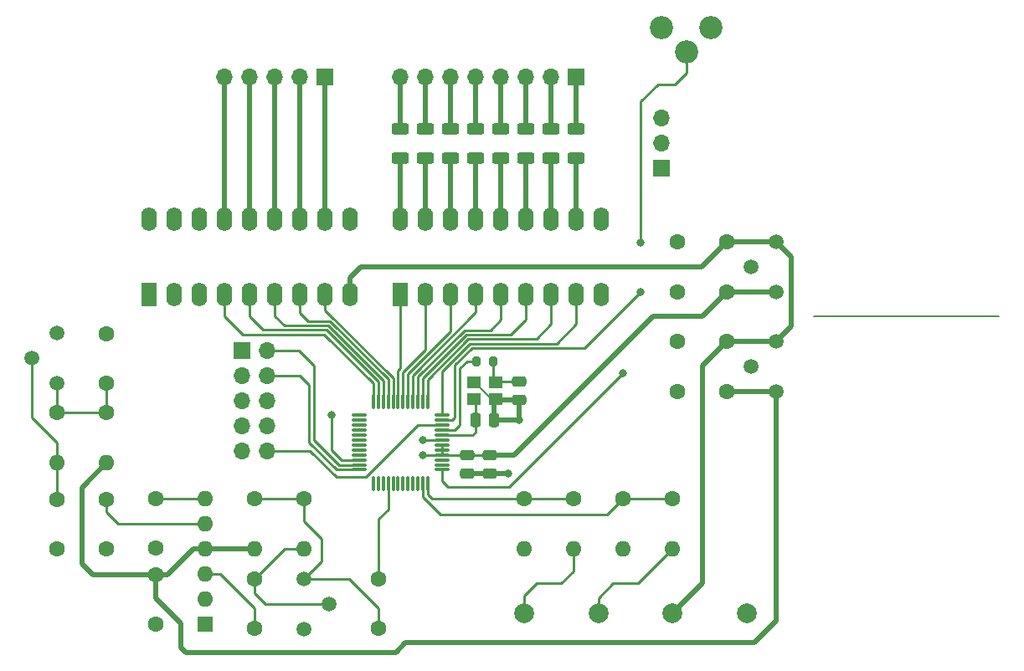
<source format=gtl>
G04 #@! TF.GenerationSoftware,KiCad,Pcbnew,(6.0.10)*
G04 #@! TF.CreationDate,2023-06-17T10:05:04+02:00*
G04 #@! TF.ProjectId,Zaehler-Modul,5a616568-6c65-4722-9d4d-6f64756c2e6b,rev?*
G04 #@! TF.SameCoordinates,Original*
G04 #@! TF.FileFunction,Copper,L1,Top*
G04 #@! TF.FilePolarity,Positive*
%FSLAX46Y46*%
G04 Gerber Fmt 4.6, Leading zero omitted, Abs format (unit mm)*
G04 Created by KiCad (PCBNEW (6.0.10)) date 2023-06-17 10:05:04*
%MOMM*%
%LPD*%
G01*
G04 APERTURE LIST*
G04 Aperture macros list*
%AMRoundRect*
0 Rectangle with rounded corners*
0 $1 Rounding radius*
0 $2 $3 $4 $5 $6 $7 $8 $9 X,Y pos of 4 corners*
0 Add a 4 corners polygon primitive as box body*
4,1,4,$2,$3,$4,$5,$6,$7,$8,$9,$2,$3,0*
0 Add four circle primitives for the rounded corners*
1,1,$1+$1,$2,$3*
1,1,$1+$1,$4,$5*
1,1,$1+$1,$6,$7*
1,1,$1+$1,$8,$9*
0 Add four rect primitives between the rounded corners*
20,1,$1+$1,$2,$3,$4,$5,0*
20,1,$1+$1,$4,$5,$6,$7,0*
20,1,$1+$1,$6,$7,$8,$9,0*
20,1,$1+$1,$8,$9,$2,$3,0*%
G04 Aperture macros list end*
G04 #@! TA.AperFunction,NonConductor*
%ADD10C,0.200000*%
G04 #@! TD*
G04 #@! TA.AperFunction,ComponentPad*
%ADD11C,1.600000*%
G04 #@! TD*
G04 #@! TA.AperFunction,ComponentPad*
%ADD12O,1.600000X1.600000*%
G04 #@! TD*
G04 #@! TA.AperFunction,SMDPad,CuDef*
%ADD13RoundRect,0.075000X0.662500X0.075000X-0.662500X0.075000X-0.662500X-0.075000X0.662500X-0.075000X0*%
G04 #@! TD*
G04 #@! TA.AperFunction,SMDPad,CuDef*
%ADD14RoundRect,0.075000X0.075000X0.662500X-0.075000X0.662500X-0.075000X-0.662500X0.075000X-0.662500X0*%
G04 #@! TD*
G04 #@! TA.AperFunction,ComponentPad*
%ADD15C,1.500000*%
G04 #@! TD*
G04 #@! TA.AperFunction,SMDPad,CuDef*
%ADD16RoundRect,0.250000X-0.625000X0.312500X-0.625000X-0.312500X0.625000X-0.312500X0.625000X0.312500X0*%
G04 #@! TD*
G04 #@! TA.AperFunction,SMDPad,CuDef*
%ADD17RoundRect,0.250000X-0.475000X0.250000X-0.475000X-0.250000X0.475000X-0.250000X0.475000X0.250000X0*%
G04 #@! TD*
G04 #@! TA.AperFunction,ComponentPad*
%ADD18R,1.600000X2.400000*%
G04 #@! TD*
G04 #@! TA.AperFunction,ComponentPad*
%ADD19O,1.600000X2.400000*%
G04 #@! TD*
G04 #@! TA.AperFunction,ComponentPad*
%ADD20R,1.700000X1.700000*%
G04 #@! TD*
G04 #@! TA.AperFunction,ComponentPad*
%ADD21O,1.700000X1.700000*%
G04 #@! TD*
G04 #@! TA.AperFunction,SMDPad,CuDef*
%ADD22RoundRect,0.250000X-0.250000X-0.475000X0.250000X-0.475000X0.250000X0.475000X-0.250000X0.475000X0*%
G04 #@! TD*
G04 #@! TA.AperFunction,ComponentPad*
%ADD23C,2.000000*%
G04 #@! TD*
G04 #@! TA.AperFunction,ComponentPad*
%ADD24C,2.340000*%
G04 #@! TD*
G04 #@! TA.AperFunction,SMDPad,CuDef*
%ADD25R,1.400000X1.200000*%
G04 #@! TD*
G04 #@! TA.AperFunction,SMDPad,CuDef*
%ADD26RoundRect,0.200000X-0.200000X-0.275000X0.200000X-0.275000X0.200000X0.275000X-0.200000X0.275000X0*%
G04 #@! TD*
G04 #@! TA.AperFunction,ComponentPad*
%ADD27R,1.600000X1.600000*%
G04 #@! TD*
G04 #@! TA.AperFunction,ViaPad*
%ADD28C,0.800000*%
G04 #@! TD*
G04 #@! TA.AperFunction,Conductor*
%ADD29C,0.500000*%
G04 #@! TD*
G04 #@! TA.AperFunction,Conductor*
%ADD30C,0.200000*%
G04 #@! TD*
G04 #@! TA.AperFunction,Conductor*
%ADD31C,0.250000*%
G04 #@! TD*
G04 APERTURE END LIST*
D10*
X106750000Y-55000000D02*
X125500000Y-55000000D01*
D11*
X40250000Y-81100000D03*
X40250000Y-86100000D03*
X55250000Y-73410000D03*
D12*
X55250000Y-78490000D03*
D13*
X69162500Y-70500000D03*
X69162500Y-70000000D03*
X69162500Y-69500000D03*
X69162500Y-69000000D03*
X69162500Y-68500000D03*
X69162500Y-68000000D03*
X69162500Y-67500000D03*
X69162500Y-67000000D03*
X69162500Y-66500000D03*
X69162500Y-66000000D03*
X69162500Y-65500000D03*
X69162500Y-65000000D03*
D14*
X67750000Y-63587500D03*
X67250000Y-63587500D03*
X66750000Y-63587500D03*
X66250000Y-63587500D03*
X65750000Y-63587500D03*
X65250000Y-63587500D03*
X64750000Y-63587500D03*
X64250000Y-63587500D03*
X63750000Y-63587500D03*
X63250000Y-63587500D03*
X62750000Y-63587500D03*
X62250000Y-63587500D03*
D13*
X60837500Y-65000000D03*
X60837500Y-65500000D03*
X60837500Y-66000000D03*
X60837500Y-66500000D03*
X60837500Y-67000000D03*
X60837500Y-67500000D03*
X60837500Y-68000000D03*
X60837500Y-68500000D03*
X60837500Y-69000000D03*
X60837500Y-69500000D03*
X60837500Y-70000000D03*
X60837500Y-70500000D03*
D14*
X62250000Y-71912500D03*
X62750000Y-71912500D03*
X63250000Y-71912500D03*
X63750000Y-71912500D03*
X64250000Y-71912500D03*
X64750000Y-71912500D03*
X65250000Y-71912500D03*
X65750000Y-71912500D03*
X66250000Y-71912500D03*
X66750000Y-71912500D03*
X67250000Y-71912500D03*
X67750000Y-71912500D03*
D11*
X98000000Y-47420000D03*
X93000000Y-47420000D03*
D15*
X103000000Y-62580000D03*
X100460000Y-60040000D03*
X103000000Y-57500000D03*
D16*
X82780000Y-36037500D03*
X82780000Y-38962500D03*
D11*
X50250000Y-81540000D03*
X50250000Y-86540000D03*
D17*
X74000000Y-69000000D03*
X74000000Y-70900000D03*
D16*
X75160000Y-36037500D03*
X75160000Y-38962500D03*
D11*
X35250000Y-73500000D03*
X35250000Y-78500000D03*
D18*
X65000000Y-52750000D03*
D19*
X67540000Y-52750000D03*
X70080000Y-52750000D03*
X72620000Y-52750000D03*
X75160000Y-52750000D03*
X77700000Y-52750000D03*
X80240000Y-52750000D03*
X82780000Y-52750000D03*
X85320000Y-52750000D03*
X85320000Y-45130000D03*
X82780000Y-45130000D03*
X80240000Y-45130000D03*
X77700000Y-45130000D03*
X75160000Y-45130000D03*
X72620000Y-45130000D03*
X70080000Y-45130000D03*
X67540000Y-45130000D03*
X65000000Y-45130000D03*
D20*
X91390000Y-40025000D03*
D21*
X91390000Y-37485000D03*
X91390000Y-34945000D03*
D15*
X55250000Y-81540000D03*
X57790000Y-84080000D03*
X55250000Y-86620000D03*
D11*
X98000000Y-62580000D03*
X93000000Y-62580000D03*
X40250000Y-73400000D03*
X40250000Y-78400000D03*
D20*
X48975000Y-58425000D03*
D21*
X51515000Y-58425000D03*
X48975000Y-60965000D03*
X51515000Y-60965000D03*
X48975000Y-63505000D03*
X51515000Y-63505000D03*
X48975000Y-66045000D03*
X51515000Y-66045000D03*
X48975000Y-68585000D03*
X51515000Y-68585000D03*
D20*
X82780000Y-30750000D03*
D21*
X80240000Y-30750000D03*
X77700000Y-30750000D03*
X75160000Y-30750000D03*
X72620000Y-30750000D03*
X70080000Y-30750000D03*
X67540000Y-30750000D03*
X65000000Y-30750000D03*
D17*
X71750000Y-69000000D03*
X71750000Y-70900000D03*
D22*
X72550000Y-65500000D03*
X74450000Y-65500000D03*
D16*
X65000000Y-36037500D03*
X65000000Y-38962500D03*
X67540000Y-36037500D03*
X67540000Y-38962500D03*
D23*
X85000000Y-85000000D03*
D11*
X82500000Y-73410000D03*
D12*
X82500000Y-78490000D03*
D16*
X70080000Y-36037500D03*
X70080000Y-38962500D03*
X77700000Y-36037500D03*
X77700000Y-38962500D03*
D20*
X57380000Y-30750000D03*
D21*
X54840000Y-30750000D03*
X52300000Y-30750000D03*
X49760000Y-30750000D03*
X47220000Y-30750000D03*
D23*
X100000000Y-85000000D03*
D24*
X96390000Y-25750000D03*
X93890000Y-28250000D03*
X91390000Y-25750000D03*
D18*
X39600000Y-52750000D03*
D19*
X42140000Y-52750000D03*
X44680000Y-52750000D03*
X47220000Y-52750000D03*
X49760000Y-52750000D03*
X52300000Y-52750000D03*
X54840000Y-52750000D03*
X57380000Y-52750000D03*
X59920000Y-52750000D03*
X59920000Y-45130000D03*
X57380000Y-45130000D03*
X54840000Y-45130000D03*
X52300000Y-45130000D03*
X49760000Y-45130000D03*
X47220000Y-45130000D03*
X44680000Y-45130000D03*
X42140000Y-45130000D03*
X39600000Y-45130000D03*
D11*
X98000000Y-57500000D03*
X93000000Y-57500000D03*
X87500000Y-73410000D03*
D12*
X87500000Y-78490000D03*
D25*
X72400000Y-63350000D03*
X74600000Y-63350000D03*
X74600000Y-61650000D03*
X72400000Y-61650000D03*
D11*
X35250000Y-56750000D03*
X35250000Y-61750000D03*
X98000000Y-52500000D03*
X93000000Y-52500000D03*
D16*
X80240000Y-36037500D03*
X80240000Y-38962500D03*
X72620000Y-36037500D03*
X72620000Y-38962500D03*
D11*
X30250000Y-73500000D03*
X30250000Y-78500000D03*
X50250000Y-73410000D03*
D12*
X50250000Y-78490000D03*
D11*
X92500000Y-73410000D03*
D12*
X92500000Y-78490000D03*
D11*
X77500000Y-73410000D03*
D12*
X77500000Y-78490000D03*
D11*
X62750000Y-81540000D03*
X62750000Y-86540000D03*
X35250000Y-64735000D03*
D12*
X35250000Y-69815000D03*
D26*
X72675000Y-59500000D03*
X74325000Y-59500000D03*
D27*
X45250000Y-86100000D03*
D12*
X45250000Y-83560000D03*
X45250000Y-81020000D03*
X45250000Y-78480000D03*
X45250000Y-75940000D03*
X45250000Y-73400000D03*
D23*
X77500000Y-85000000D03*
X92500000Y-85000000D03*
D11*
X30250000Y-64735000D03*
D12*
X30250000Y-69815000D03*
D15*
X103000000Y-52500000D03*
X100460000Y-49960000D03*
X103000000Y-47420000D03*
X30250000Y-61735000D03*
X27710000Y-59195000D03*
X30250000Y-56655000D03*
D17*
X77000000Y-61550000D03*
X77000000Y-63450000D03*
D28*
X75900000Y-70900000D03*
X67250000Y-67500000D03*
X77000000Y-65500000D03*
X89250000Y-52500000D03*
X89250000Y-47500000D03*
X67250000Y-69000000D03*
X58000000Y-65000000D03*
X87500000Y-60750000D03*
D29*
X74450000Y-65500000D02*
X77000000Y-65500000D01*
X74450000Y-63500000D02*
X74600000Y-63350000D01*
X77000000Y-63450000D02*
X74700000Y-63450000D01*
X77000000Y-65500000D02*
X77000000Y-63450000D01*
X74000000Y-70900000D02*
X75900000Y-70900000D01*
D30*
X72400000Y-61650000D02*
X72500000Y-61650000D01*
D29*
X74450000Y-65500000D02*
X74450000Y-63500000D01*
D30*
X72500000Y-61650000D02*
X74200000Y-63350000D01*
D29*
X74700000Y-63450000D02*
X74600000Y-63350000D01*
X71750000Y-70900000D02*
X74000000Y-70900000D01*
D31*
X69162500Y-67500000D02*
X67250000Y-67500000D01*
D30*
X74200000Y-63350000D02*
X74600000Y-63350000D01*
D29*
X47220000Y-30750000D02*
X47220000Y-45130000D01*
X49760000Y-30750000D02*
X49760000Y-45130000D01*
X52300000Y-30750000D02*
X52300000Y-45130000D01*
X54840000Y-30750000D02*
X54840000Y-45130000D01*
X57380000Y-30750000D02*
X57380000Y-45130000D01*
X80240000Y-30750000D02*
X80240000Y-36037500D01*
X77700000Y-30750000D02*
X77700000Y-36037500D01*
X75160000Y-30750000D02*
X75160000Y-36037500D01*
X72620000Y-30750000D02*
X72620000Y-36037500D01*
X65000000Y-30750000D02*
X65000000Y-36037500D01*
X70080000Y-30750000D02*
X70080000Y-36037500D01*
X67540000Y-30750000D02*
X67540000Y-36037500D01*
X82780000Y-30750000D02*
X82780000Y-36037500D01*
X98000000Y-62580000D02*
X103000000Y-62580000D01*
X45250000Y-78480000D02*
X50240000Y-78480000D01*
X42750000Y-86000000D02*
X40250000Y-83500000D01*
X40250000Y-81100000D02*
X41400000Y-81100000D01*
X42750000Y-88500000D02*
X42750000Y-86000000D01*
X50240000Y-78480000D02*
X50250000Y-78490000D01*
X32750000Y-80000000D02*
X33850000Y-81100000D01*
X64500000Y-89000000D02*
X43250000Y-89000000D01*
X103000000Y-85750000D02*
X100750000Y-88000000D01*
X32750000Y-72315000D02*
X32750000Y-80000000D01*
X103000000Y-62580000D02*
X103000000Y-85750000D01*
X40250000Y-83500000D02*
X40250000Y-81100000D01*
X35250000Y-69815000D02*
X32750000Y-72315000D01*
X33850000Y-81100000D02*
X40250000Y-81100000D01*
X65500000Y-88000000D02*
X64500000Y-89000000D01*
X44020000Y-78480000D02*
X45250000Y-78480000D01*
X100750000Y-88000000D02*
X65500000Y-88000000D01*
X43250000Y-89000000D02*
X42750000Y-88500000D01*
X41400000Y-81100000D02*
X44020000Y-78480000D01*
D31*
X89250000Y-52500000D02*
X83577208Y-58172792D01*
X89250000Y-47500000D02*
X89250000Y-33250000D01*
X70500000Y-59886396D02*
X72213604Y-58172792D01*
X93890000Y-30360000D02*
X93890000Y-28250000D01*
X69162500Y-65500000D02*
X70250000Y-65500000D01*
X72213604Y-58172792D02*
X83077208Y-58172792D01*
X83577208Y-58172792D02*
X83077208Y-58172792D01*
X70250000Y-65500000D02*
X70500000Y-65250000D01*
X92750000Y-31500000D02*
X93890000Y-30360000D01*
X91000000Y-31500000D02*
X92750000Y-31500000D01*
X89250000Y-33250000D02*
X91000000Y-31500000D01*
X70500000Y-65250000D02*
X70500000Y-59886396D01*
X56250000Y-59950000D02*
X56250000Y-67500000D01*
X58750000Y-70000000D02*
X60837500Y-70000000D01*
X54725000Y-58425000D02*
X56250000Y-59950000D01*
X56250000Y-67500000D02*
X58750000Y-70000000D01*
X51515000Y-58425000D02*
X54725000Y-58425000D01*
X58500000Y-70500000D02*
X55725000Y-67725000D01*
X54765000Y-60965000D02*
X51515000Y-60965000D01*
X55725000Y-61925000D02*
X54765000Y-60965000D01*
X60837500Y-70500000D02*
X58500000Y-70500000D01*
X55725000Y-67725000D02*
X55725000Y-61925000D01*
X69162500Y-66000000D02*
X66750000Y-66000000D01*
X58500000Y-71250000D02*
X55835000Y-68585000D01*
X55835000Y-68585000D02*
X51515000Y-68585000D01*
X66750000Y-66000000D02*
X61500000Y-71250000D01*
X61500000Y-71250000D02*
X58500000Y-71250000D01*
X80777208Y-57722792D02*
X82780000Y-55720000D01*
X82780000Y-55720000D02*
X82780000Y-52750000D01*
X69162500Y-60587500D02*
X72027208Y-57722792D01*
X69162500Y-60587500D02*
X69162500Y-65000000D01*
X72027208Y-57722792D02*
X80777208Y-57722792D01*
X65250000Y-60681624D02*
X67540000Y-58391624D01*
X67540000Y-58391624D02*
X67540000Y-52750000D01*
X65250000Y-63587500D02*
X65250000Y-60681624D01*
X65750000Y-63587500D02*
X65750000Y-60818020D01*
X70080000Y-56488020D02*
X70080000Y-52750000D01*
X65750000Y-60818020D02*
X70080000Y-56488020D01*
X66250000Y-60954416D02*
X72620000Y-54584416D01*
X66250000Y-63587500D02*
X66250000Y-60954416D01*
X72620000Y-54584416D02*
X72620000Y-52750000D01*
X75160000Y-55340000D02*
X75160000Y-52750000D01*
X66750000Y-63587500D02*
X66750000Y-61090812D01*
X66750000Y-61090812D02*
X71468020Y-56372792D01*
X71468020Y-56372792D02*
X74127208Y-56372792D01*
X74127208Y-56372792D02*
X75160000Y-55340000D01*
X64750000Y-60500000D02*
X65000000Y-60250000D01*
X65000000Y-60250000D02*
X65000000Y-52750000D01*
X64750000Y-63587500D02*
X64750000Y-60500000D01*
X67250000Y-61227208D02*
X71654416Y-56822792D01*
X76177208Y-56822792D02*
X77700000Y-55300000D01*
X71654416Y-56822792D02*
X76177208Y-56822792D01*
X67250000Y-63587500D02*
X67250000Y-61227208D01*
X77700000Y-55300000D02*
X77700000Y-52750000D01*
X67750000Y-61363604D02*
X67750000Y-63587500D01*
X78727208Y-57272792D02*
X71840812Y-57272792D01*
X71840812Y-57272792D02*
X67750000Y-61363604D01*
X80240000Y-55760000D02*
X78727208Y-57272792D01*
X80240000Y-52750000D02*
X80240000Y-55760000D01*
X69162500Y-69000000D02*
X74000000Y-69000000D01*
X69162500Y-69000000D02*
X67250000Y-69000000D01*
D29*
X98000000Y-52500000D02*
X95500000Y-55000000D01*
X98000000Y-52500000D02*
X103000000Y-52500000D01*
X90500000Y-55000000D02*
X76500000Y-69000000D01*
X76500000Y-69000000D02*
X74000000Y-69000000D01*
D31*
X69162500Y-68000000D02*
X69162500Y-69000000D01*
D29*
X95500000Y-55000000D02*
X90500000Y-55000000D01*
X98000000Y-47420000D02*
X103000000Y-47420000D01*
X98000000Y-57500000D02*
X103000000Y-57500000D01*
X95420000Y-50000000D02*
X61000000Y-50000000D01*
X95500000Y-82000000D02*
X95500000Y-60000000D01*
X104500000Y-48920000D02*
X104500000Y-56000000D01*
X98000000Y-47420000D02*
X95420000Y-50000000D01*
X92500000Y-85000000D02*
X95500000Y-82000000D01*
X95500000Y-60000000D02*
X98000000Y-57500000D01*
X61000000Y-50000000D02*
X59920000Y-51080000D01*
X104500000Y-56000000D02*
X103000000Y-57500000D01*
X103000000Y-47420000D02*
X104500000Y-48920000D01*
X59920000Y-51080000D02*
X59920000Y-52750000D01*
D31*
X57300000Y-56800000D02*
X49050000Y-56800000D01*
X47220000Y-54970000D02*
X47220000Y-52750000D01*
X62250000Y-61750000D02*
X57300000Y-56800000D01*
X62250000Y-63587500D02*
X62250000Y-61750000D01*
X49050000Y-56800000D02*
X47220000Y-54970000D01*
X63250000Y-61477208D02*
X63250000Y-63587500D01*
X53250000Y-55900000D02*
X57672792Y-55900000D01*
X52300000Y-52750000D02*
X52300000Y-54950000D01*
X57672792Y-55900000D02*
X63250000Y-61477208D01*
X52300000Y-54950000D02*
X53250000Y-55900000D01*
X64250000Y-63587500D02*
X64250000Y-61204416D01*
X57380000Y-54334416D02*
X57380000Y-52750000D01*
X64250000Y-61204416D02*
X57380000Y-54334416D01*
X49760000Y-54990000D02*
X51120000Y-56350000D01*
X62750000Y-61613604D02*
X62750000Y-63587500D01*
X57486396Y-56350000D02*
X62750000Y-61613604D01*
X51120000Y-56350000D02*
X57486396Y-56350000D01*
X49760000Y-52750000D02*
X49760000Y-54990000D01*
X54840000Y-54660000D02*
X54840000Y-52750000D01*
X57859188Y-55450000D02*
X63750000Y-61340812D01*
X56300000Y-55450000D02*
X55630000Y-55450000D01*
X63750000Y-61340812D02*
X63750000Y-61750000D01*
X63750000Y-63587500D02*
X63750000Y-61750000D01*
X56300000Y-55450000D02*
X57859188Y-55450000D01*
X55630000Y-55450000D02*
X54840000Y-54660000D01*
X35250000Y-73500000D02*
X35250000Y-74750000D01*
X36440000Y-75940000D02*
X35250000Y-74750000D01*
X45250000Y-75940000D02*
X36440000Y-75940000D01*
X30250000Y-67750000D02*
X30250000Y-69815000D01*
X27710000Y-59195000D02*
X27710000Y-65210000D01*
X30250000Y-73500000D02*
X30250000Y-69815000D01*
X27710000Y-65210000D02*
X30250000Y-67750000D01*
X59000000Y-69500000D02*
X58000000Y-68500000D01*
X60837500Y-69500000D02*
X59000000Y-69500000D01*
X58000000Y-68500000D02*
X58000000Y-65000000D01*
X35250000Y-61750000D02*
X35250000Y-64735000D01*
X30250000Y-61735000D02*
X30250000Y-64735000D01*
X30250000Y-64735000D02*
X35250000Y-64735000D01*
X50250000Y-83000000D02*
X50250000Y-81540000D01*
X57790000Y-84080000D02*
X51330000Y-84080000D01*
X53300000Y-78490000D02*
X50250000Y-81540000D01*
X51330000Y-84080000D02*
X50250000Y-83000000D01*
X55250000Y-78490000D02*
X53300000Y-78490000D01*
X40250000Y-73400000D02*
X45250000Y-73400000D01*
X62750000Y-75500000D02*
X63750000Y-74500000D01*
X62750000Y-81540000D02*
X62750000Y-75500000D01*
X63750000Y-74500000D02*
X63750000Y-71912500D01*
X55250000Y-75750000D02*
X55250000Y-73410000D01*
X62750000Y-86540000D02*
X62750000Y-84500000D01*
X62750000Y-84500000D02*
X59790000Y-81540000D01*
X55250000Y-81540000D02*
X57000000Y-79790000D01*
X59790000Y-81540000D02*
X55250000Y-81540000D01*
X55290000Y-81500000D02*
X55250000Y-81540000D01*
X57000000Y-79790000D02*
X57000000Y-77500000D01*
X57000000Y-77500000D02*
X55250000Y-75750000D01*
X50250000Y-73410000D02*
X55250000Y-73410000D01*
X72550000Y-66700000D02*
X72550000Y-65500000D01*
X69162500Y-67000000D02*
X72250000Y-67000000D01*
X72250000Y-67000000D02*
X72550000Y-66700000D01*
X72550000Y-65500000D02*
X72550000Y-63500000D01*
X72550000Y-63500000D02*
X72400000Y-63350000D01*
X71750000Y-59500000D02*
X71000000Y-60250000D01*
X71000000Y-66000000D02*
X71000000Y-60250000D01*
X70500000Y-66500000D02*
X71000000Y-66000000D01*
X71750000Y-59500000D02*
X72675000Y-59500000D01*
X69162500Y-66500000D02*
X70500000Y-66500000D01*
X50250000Y-84500000D02*
X50250000Y-86540000D01*
X46770000Y-81020000D02*
X50250000Y-84500000D01*
X45250000Y-81020000D02*
X46770000Y-81020000D01*
X92500000Y-73410000D02*
X87500000Y-73410000D01*
X85910000Y-75000000D02*
X69000000Y-75000000D01*
X87500000Y-73410000D02*
X85910000Y-75000000D01*
X67250000Y-73250000D02*
X67250000Y-71912500D01*
X69000000Y-75000000D02*
X67250000Y-73250000D01*
X88990000Y-82000000D02*
X86500000Y-82000000D01*
X92500000Y-78490000D02*
X88990000Y-82000000D01*
X85000000Y-83500000D02*
X85000000Y-85000000D01*
X86500000Y-82000000D02*
X85000000Y-83500000D01*
X77500000Y-73410000D02*
X68160000Y-73410000D01*
X67750000Y-73000000D02*
X67750000Y-71912500D01*
X68160000Y-73410000D02*
X67750000Y-73000000D01*
X82500000Y-73410000D02*
X77500000Y-73410000D01*
X82500000Y-80750000D02*
X82500000Y-78490000D01*
X77500000Y-85000000D02*
X77500000Y-83250000D01*
X78750000Y-82000000D02*
X81250000Y-82000000D01*
X77500000Y-83250000D02*
X78750000Y-82000000D01*
X81250000Y-82000000D02*
X82500000Y-80750000D01*
X69162500Y-71662500D02*
X69750000Y-72250000D01*
X69750000Y-72250000D02*
X74250000Y-72250000D01*
X74250000Y-72250000D02*
X74750000Y-72250000D01*
X74250000Y-72250000D02*
X76000000Y-72250000D01*
X74750000Y-72250000D02*
X75250000Y-72250000D01*
X76000000Y-72250000D02*
X87500000Y-60750000D01*
X75250000Y-72250000D02*
X76000000Y-72250000D01*
X69162500Y-70500000D02*
X69162500Y-71662500D01*
X74325000Y-61375000D02*
X74600000Y-61650000D01*
X74325000Y-59500000D02*
X74325000Y-61375000D01*
X77000000Y-61550000D02*
X74700000Y-61550000D01*
X74700000Y-61550000D02*
X74600000Y-61650000D01*
D29*
X65000000Y-38962500D02*
X65000000Y-45130000D01*
X67540000Y-38962500D02*
X67540000Y-45130000D01*
X70080000Y-38962500D02*
X70080000Y-45130000D01*
X72620000Y-38962500D02*
X72620000Y-45130000D01*
X75160000Y-38962500D02*
X75160000Y-45130000D01*
X77700000Y-38962500D02*
X77700000Y-45130000D01*
X80240000Y-38962500D02*
X80240000Y-45130000D01*
X82780000Y-38962500D02*
X82780000Y-45130000D01*
M02*

</source>
